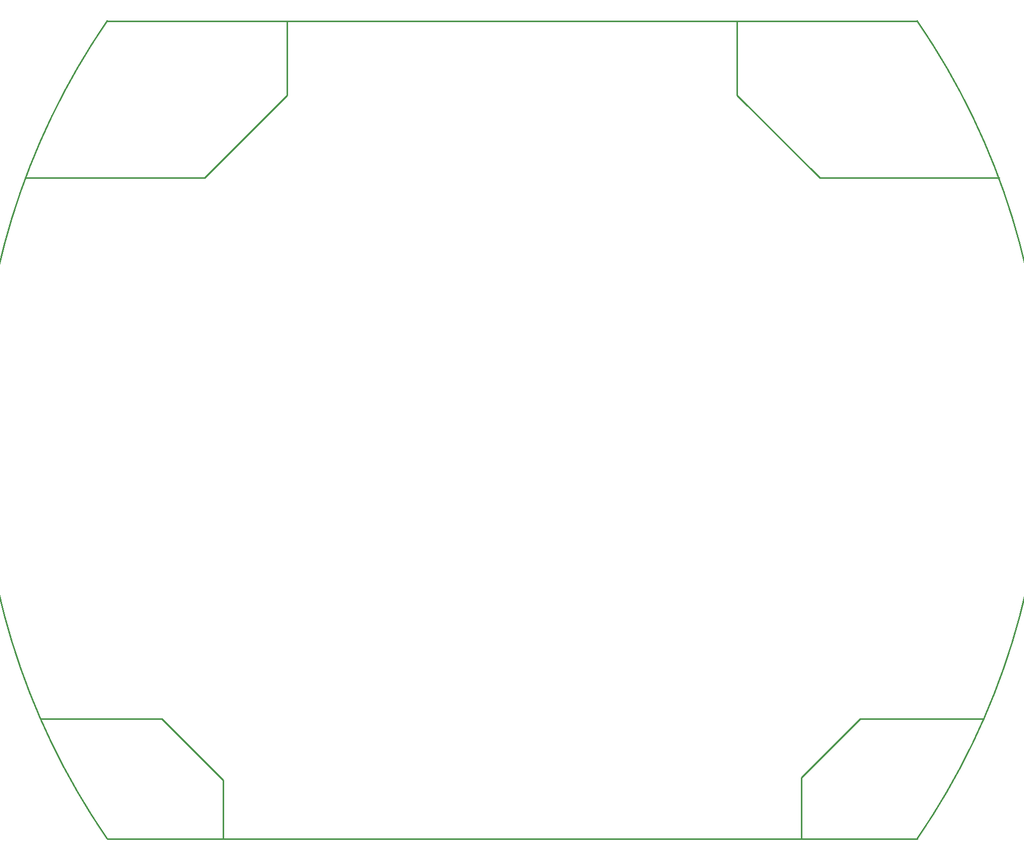
<source format=gko>
G04*
G04 #@! TF.GenerationSoftware,Altium Limited,Altium Designer,19.1.5 (86)*
G04*
G04 Layer_Color=16711935*
%FSLAX24Y24*%
%MOIN*%
G70*
G01*
G75*
%ADD11C,0.0100*%
D11*
X52398Y1D02*
G03*
X52398Y52899I-38488J26449D01*
G01*
X3Y52900D02*
G03*
X2Y1I38488J-26450D01*
G01*
X44900Y0D02*
Y3950D01*
X45950Y5000D01*
X47750Y6800D02*
X48175Y7225D01*
X48700Y7750D01*
X56700D01*
X45950Y5000D02*
X47750Y6800D01*
X7500Y0D02*
Y3800D01*
X-2800Y7750D02*
X-2750D01*
X-4300Y7750D02*
X3550Y7750D01*
X7500Y3800D01*
X40750Y48100D02*
X46100Y42750D01*
X57700D01*
X40750Y48100D02*
Y52900D01*
X-5300Y42750D02*
X6300D01*
X11650Y48100D01*
Y52900D01*
X0Y0D02*
X52400D01*
X0Y52900D02*
X52400D01*
M02*

</source>
